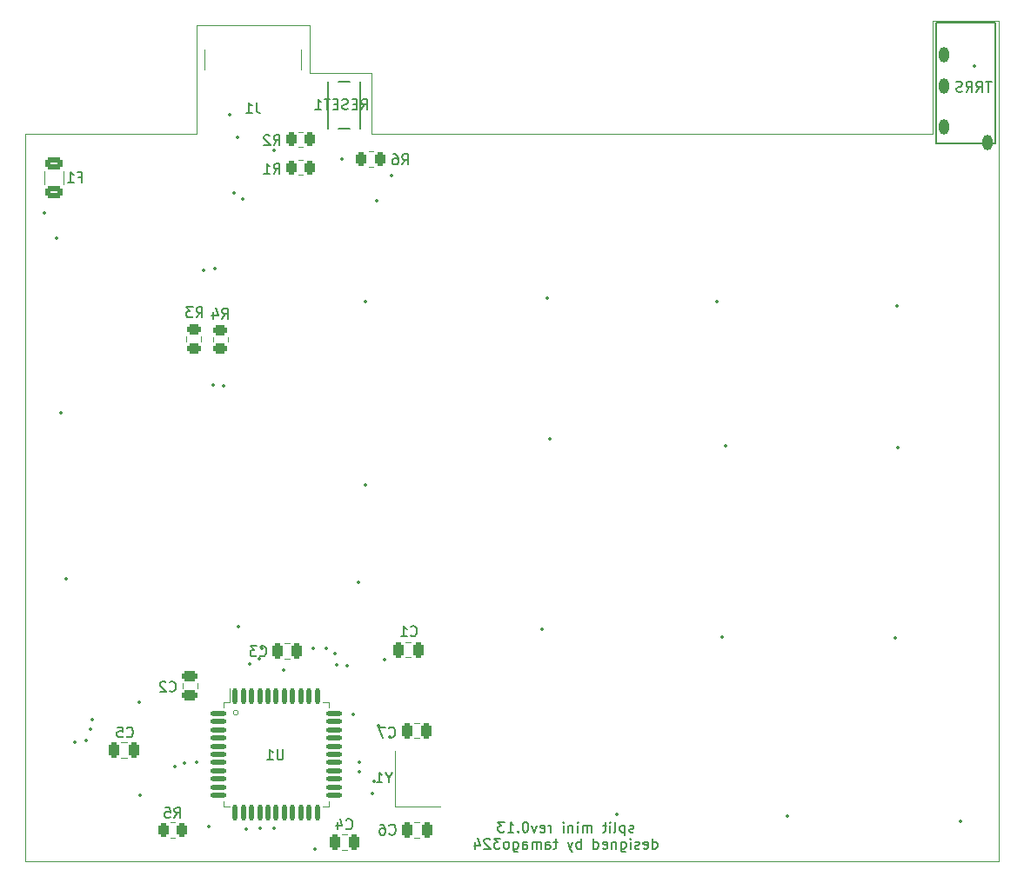
<source format=gbo>
%TF.GenerationSoftware,KiCad,Pcbnew,(6.0.9)*%
%TF.CreationDate,2023-01-09T12:53:46+09:00*%
%TF.ProjectId,split-mini__left,73706c69-742d-46d6-996e-695f5f6c6566,rev?*%
%TF.SameCoordinates,Original*%
%TF.FileFunction,Legend,Bot*%
%TF.FilePolarity,Positive*%
%FSLAX46Y46*%
G04 Gerber Fmt 4.6, Leading zero omitted, Abs format (unit mm)*
G04 Created by KiCad (PCBNEW (6.0.9)) date 2023-01-09 12:53:46*
%MOMM*%
%LPD*%
G01*
G04 APERTURE LIST*
G04 Aperture macros list*
%AMRoundRect*
0 Rectangle with rounded corners*
0 $1 Rounding radius*
0 $2 $3 $4 $5 $6 $7 $8 $9 X,Y pos of 4 corners*
0 Add a 4 corners polygon primitive as box body*
4,1,4,$2,$3,$4,$5,$6,$7,$8,$9,$2,$3,0*
0 Add four circle primitives for the rounded corners*
1,1,$1+$1,$2,$3*
1,1,$1+$1,$4,$5*
1,1,$1+$1,$6,$7*
1,1,$1+$1,$8,$9*
0 Add four rect primitives between the rounded corners*
20,1,$1+$1,$2,$3,$4,$5,0*
20,1,$1+$1,$4,$5,$6,$7,0*
20,1,$1+$1,$6,$7,$8,$9,0*
20,1,$1+$1,$8,$9,$2,$3,0*%
G04 Aperture macros list end*
%ADD10C,0.100000*%
%TA.AperFunction,Profile*%
%ADD11C,0.100000*%
%TD*%
%ADD12C,0.200000*%
%ADD13C,0.150000*%
%ADD14C,0.120000*%
%ADD15C,0.350000*%
%ADD16O,0.600000X1.400000*%
%ADD17O,0.600000X1.700000*%
%ADD18O,1.000000X1.500000*%
%ADD19C,1.900000*%
%ADD20C,4.100000*%
%ADD21C,3.000000*%
%ADD22R,2.550000X2.500000*%
%ADD23C,0.650000*%
%ADD24R,0.580000X1.400000*%
%ADD25R,0.280000X1.400000*%
%ADD26O,1.000000X1.800000*%
%ADD27O,1.000000X2.100000*%
%ADD28RoundRect,0.137500X-0.137500X0.600000X-0.137500X-0.600000X0.137500X-0.600000X0.137500X0.600000X0*%
%ADD29RoundRect,0.137500X-0.600000X0.137500X-0.600000X-0.137500X0.600000X-0.137500X0.600000X0.137500X0*%
%ADD30RoundRect,0.250000X-0.625000X0.375000X-0.625000X-0.375000X0.625000X-0.375000X0.625000X0.375000X0*%
%ADD31RoundRect,0.250000X0.262500X0.450000X-0.262500X0.450000X-0.262500X-0.450000X0.262500X-0.450000X0*%
%ADD32RoundRect,0.250000X-0.262500X-0.450000X0.262500X-0.450000X0.262500X0.450000X-0.262500X0.450000X0*%
%ADD33RoundRect,0.250000X-0.250000X-0.475000X0.250000X-0.475000X0.250000X0.475000X-0.250000X0.475000X0*%
%ADD34C,1.200000*%
%ADD35RoundRect,0.250000X0.250000X0.475000X-0.250000X0.475000X-0.250000X-0.475000X0.250000X-0.475000X0*%
%ADD36R,0.650000X1.050000*%
%ADD37R,1.800000X2.100000*%
%ADD38RoundRect,0.250000X-0.475000X0.250000X-0.475000X-0.250000X0.475000X-0.250000X0.475000X0.250000X0*%
%ADD39RoundRect,0.250000X-0.450000X0.262500X-0.450000X-0.262500X0.450000X-0.262500X0.450000X0.262500X0*%
G04 APERTURE END LIST*
D10*
X38346982Y-87150000D02*
G75*
G03*
X38346982Y-87150000I-246982J0D01*
G01*
D11*
X45300000Y-24800000D02*
X51300000Y-24800000D01*
X112386197Y-19800000D02*
X112386197Y-101650000D01*
X34300000Y-20168424D02*
X45300000Y-20168424D01*
X17586197Y-30800000D02*
X34300000Y-30800000D01*
X105886197Y-19800000D02*
X112386197Y-19800000D01*
X105886197Y-30800000D02*
X105886197Y-19800000D01*
X34300000Y-30800000D02*
X34300000Y-20168424D01*
X17586197Y-101650000D02*
X17586197Y-30800000D01*
X51300000Y-24800000D02*
X51300000Y-30800000D01*
X51300000Y-30800000D02*
X105886197Y-30800000D01*
X45300000Y-20168424D02*
X45300000Y-24800000D01*
X112386197Y-101650000D02*
X17586197Y-101650000D01*
D12*
X76820238Y-98749761D02*
X76725000Y-98797380D01*
X76534523Y-98797380D01*
X76439285Y-98749761D01*
X76391666Y-98654523D01*
X76391666Y-98606904D01*
X76439285Y-98511666D01*
X76534523Y-98464047D01*
X76677380Y-98464047D01*
X76772619Y-98416428D01*
X76820238Y-98321190D01*
X76820238Y-98273571D01*
X76772619Y-98178333D01*
X76677380Y-98130714D01*
X76534523Y-98130714D01*
X76439285Y-98178333D01*
X75963095Y-98130714D02*
X75963095Y-99130714D01*
X75963095Y-98178333D02*
X75867857Y-98130714D01*
X75677380Y-98130714D01*
X75582142Y-98178333D01*
X75534523Y-98225952D01*
X75486904Y-98321190D01*
X75486904Y-98606904D01*
X75534523Y-98702142D01*
X75582142Y-98749761D01*
X75677380Y-98797380D01*
X75867857Y-98797380D01*
X75963095Y-98749761D01*
X74915476Y-98797380D02*
X75010714Y-98749761D01*
X75058333Y-98654523D01*
X75058333Y-97797380D01*
X74534523Y-98797380D02*
X74534523Y-98130714D01*
X74534523Y-97797380D02*
X74582142Y-97845000D01*
X74534523Y-97892619D01*
X74486904Y-97845000D01*
X74534523Y-97797380D01*
X74534523Y-97892619D01*
X74201190Y-98130714D02*
X73820238Y-98130714D01*
X74058333Y-97797380D02*
X74058333Y-98654523D01*
X74010714Y-98749761D01*
X73915476Y-98797380D01*
X73820238Y-98797380D01*
X72725000Y-98797380D02*
X72725000Y-98130714D01*
X72725000Y-98225952D02*
X72677380Y-98178333D01*
X72582142Y-98130714D01*
X72439285Y-98130714D01*
X72344047Y-98178333D01*
X72296428Y-98273571D01*
X72296428Y-98797380D01*
X72296428Y-98273571D02*
X72248809Y-98178333D01*
X72153571Y-98130714D01*
X72010714Y-98130714D01*
X71915476Y-98178333D01*
X71867857Y-98273571D01*
X71867857Y-98797380D01*
X71391666Y-98797380D02*
X71391666Y-98130714D01*
X71391666Y-97797380D02*
X71439285Y-97845000D01*
X71391666Y-97892619D01*
X71344047Y-97845000D01*
X71391666Y-97797380D01*
X71391666Y-97892619D01*
X70915476Y-98130714D02*
X70915476Y-98797380D01*
X70915476Y-98225952D02*
X70867857Y-98178333D01*
X70772619Y-98130714D01*
X70629761Y-98130714D01*
X70534523Y-98178333D01*
X70486904Y-98273571D01*
X70486904Y-98797380D01*
X70010714Y-98797380D02*
X70010714Y-98130714D01*
X70010714Y-97797380D02*
X70058333Y-97845000D01*
X70010714Y-97892619D01*
X69963095Y-97845000D01*
X70010714Y-97797380D01*
X70010714Y-97892619D01*
X68772619Y-98797380D02*
X68772619Y-98130714D01*
X68772619Y-98321190D02*
X68725000Y-98225952D01*
X68677380Y-98178333D01*
X68582142Y-98130714D01*
X68486904Y-98130714D01*
X67772619Y-98749761D02*
X67867857Y-98797380D01*
X68058333Y-98797380D01*
X68153571Y-98749761D01*
X68201190Y-98654523D01*
X68201190Y-98273571D01*
X68153571Y-98178333D01*
X68058333Y-98130714D01*
X67867857Y-98130714D01*
X67772619Y-98178333D01*
X67725000Y-98273571D01*
X67725000Y-98368809D01*
X68201190Y-98464047D01*
X67391666Y-98130714D02*
X67153571Y-98797380D01*
X66915476Y-98130714D01*
X66344047Y-97797380D02*
X66248809Y-97797380D01*
X66153571Y-97845000D01*
X66105952Y-97892619D01*
X66058333Y-97987857D01*
X66010714Y-98178333D01*
X66010714Y-98416428D01*
X66058333Y-98606904D01*
X66105952Y-98702142D01*
X66153571Y-98749761D01*
X66248809Y-98797380D01*
X66344047Y-98797380D01*
X66439285Y-98749761D01*
X66486904Y-98702142D01*
X66534523Y-98606904D01*
X66582142Y-98416428D01*
X66582142Y-98178333D01*
X66534523Y-97987857D01*
X66486904Y-97892619D01*
X66439285Y-97845000D01*
X66344047Y-97797380D01*
X65582142Y-98702142D02*
X65534523Y-98749761D01*
X65582142Y-98797380D01*
X65629761Y-98749761D01*
X65582142Y-98702142D01*
X65582142Y-98797380D01*
X64582142Y-98797380D02*
X65153571Y-98797380D01*
X64867857Y-98797380D02*
X64867857Y-97797380D01*
X64963095Y-97940238D01*
X65058333Y-98035476D01*
X65153571Y-98083095D01*
X64248809Y-97797380D02*
X63629761Y-97797380D01*
X63963095Y-98178333D01*
X63820238Y-98178333D01*
X63725000Y-98225952D01*
X63677380Y-98273571D01*
X63629761Y-98368809D01*
X63629761Y-98606904D01*
X63677380Y-98702142D01*
X63725000Y-98749761D01*
X63820238Y-98797380D01*
X64105952Y-98797380D01*
X64201190Y-98749761D01*
X64248809Y-98702142D01*
X78653571Y-100407380D02*
X78653571Y-99407380D01*
X78653571Y-100359761D02*
X78748809Y-100407380D01*
X78939285Y-100407380D01*
X79034523Y-100359761D01*
X79082142Y-100312142D01*
X79129761Y-100216904D01*
X79129761Y-99931190D01*
X79082142Y-99835952D01*
X79034523Y-99788333D01*
X78939285Y-99740714D01*
X78748809Y-99740714D01*
X78653571Y-99788333D01*
X77796428Y-100359761D02*
X77891666Y-100407380D01*
X78082142Y-100407380D01*
X78177380Y-100359761D01*
X78225000Y-100264523D01*
X78225000Y-99883571D01*
X78177380Y-99788333D01*
X78082142Y-99740714D01*
X77891666Y-99740714D01*
X77796428Y-99788333D01*
X77748809Y-99883571D01*
X77748809Y-99978809D01*
X78225000Y-100074047D01*
X77367857Y-100359761D02*
X77272619Y-100407380D01*
X77082142Y-100407380D01*
X76986904Y-100359761D01*
X76939285Y-100264523D01*
X76939285Y-100216904D01*
X76986904Y-100121666D01*
X77082142Y-100074047D01*
X77225000Y-100074047D01*
X77320238Y-100026428D01*
X77367857Y-99931190D01*
X77367857Y-99883571D01*
X77320238Y-99788333D01*
X77225000Y-99740714D01*
X77082142Y-99740714D01*
X76986904Y-99788333D01*
X76510714Y-100407380D02*
X76510714Y-99740714D01*
X76510714Y-99407380D02*
X76558333Y-99455000D01*
X76510714Y-99502619D01*
X76463095Y-99455000D01*
X76510714Y-99407380D01*
X76510714Y-99502619D01*
X75605952Y-99740714D02*
X75605952Y-100550238D01*
X75653571Y-100645476D01*
X75701190Y-100693095D01*
X75796428Y-100740714D01*
X75939285Y-100740714D01*
X76034523Y-100693095D01*
X75605952Y-100359761D02*
X75701190Y-100407380D01*
X75891666Y-100407380D01*
X75986904Y-100359761D01*
X76034523Y-100312142D01*
X76082142Y-100216904D01*
X76082142Y-99931190D01*
X76034523Y-99835952D01*
X75986904Y-99788333D01*
X75891666Y-99740714D01*
X75701190Y-99740714D01*
X75605952Y-99788333D01*
X75129761Y-99740714D02*
X75129761Y-100407380D01*
X75129761Y-99835952D02*
X75082142Y-99788333D01*
X74986904Y-99740714D01*
X74844047Y-99740714D01*
X74748809Y-99788333D01*
X74701190Y-99883571D01*
X74701190Y-100407380D01*
X73844047Y-100359761D02*
X73939285Y-100407380D01*
X74129761Y-100407380D01*
X74225000Y-100359761D01*
X74272619Y-100264523D01*
X74272619Y-99883571D01*
X74225000Y-99788333D01*
X74129761Y-99740714D01*
X73939285Y-99740714D01*
X73844047Y-99788333D01*
X73796428Y-99883571D01*
X73796428Y-99978809D01*
X74272619Y-100074047D01*
X72939285Y-100407380D02*
X72939285Y-99407380D01*
X72939285Y-100359761D02*
X73034523Y-100407380D01*
X73225000Y-100407380D01*
X73320238Y-100359761D01*
X73367857Y-100312142D01*
X73415476Y-100216904D01*
X73415476Y-99931190D01*
X73367857Y-99835952D01*
X73320238Y-99788333D01*
X73225000Y-99740714D01*
X73034523Y-99740714D01*
X72939285Y-99788333D01*
X71701190Y-100407380D02*
X71701190Y-99407380D01*
X71701190Y-99788333D02*
X71605952Y-99740714D01*
X71415476Y-99740714D01*
X71320238Y-99788333D01*
X71272619Y-99835952D01*
X71225000Y-99931190D01*
X71225000Y-100216904D01*
X71272619Y-100312142D01*
X71320238Y-100359761D01*
X71415476Y-100407380D01*
X71605952Y-100407380D01*
X71701190Y-100359761D01*
X70891666Y-99740714D02*
X70653571Y-100407380D01*
X70415476Y-99740714D02*
X70653571Y-100407380D01*
X70748809Y-100645476D01*
X70796428Y-100693095D01*
X70891666Y-100740714D01*
X69415476Y-99740714D02*
X69034523Y-99740714D01*
X69272619Y-99407380D02*
X69272619Y-100264523D01*
X69225000Y-100359761D01*
X69129761Y-100407380D01*
X69034523Y-100407380D01*
X68272619Y-100407380D02*
X68272619Y-99883571D01*
X68320238Y-99788333D01*
X68415476Y-99740714D01*
X68605952Y-99740714D01*
X68701190Y-99788333D01*
X68272619Y-100359761D02*
X68367857Y-100407380D01*
X68605952Y-100407380D01*
X68701190Y-100359761D01*
X68748809Y-100264523D01*
X68748809Y-100169285D01*
X68701190Y-100074047D01*
X68605952Y-100026428D01*
X68367857Y-100026428D01*
X68272619Y-99978809D01*
X67796428Y-100407380D02*
X67796428Y-99740714D01*
X67796428Y-99835952D02*
X67748809Y-99788333D01*
X67653571Y-99740714D01*
X67510714Y-99740714D01*
X67415476Y-99788333D01*
X67367857Y-99883571D01*
X67367857Y-100407380D01*
X67367857Y-99883571D02*
X67320238Y-99788333D01*
X67225000Y-99740714D01*
X67082142Y-99740714D01*
X66986904Y-99788333D01*
X66939285Y-99883571D01*
X66939285Y-100407380D01*
X66034523Y-100407380D02*
X66034523Y-99883571D01*
X66082142Y-99788333D01*
X66177380Y-99740714D01*
X66367857Y-99740714D01*
X66463095Y-99788333D01*
X66034523Y-100359761D02*
X66129761Y-100407380D01*
X66367857Y-100407380D01*
X66463095Y-100359761D01*
X66510714Y-100264523D01*
X66510714Y-100169285D01*
X66463095Y-100074047D01*
X66367857Y-100026428D01*
X66129761Y-100026428D01*
X66034523Y-99978809D01*
X65129761Y-99740714D02*
X65129761Y-100550238D01*
X65177380Y-100645476D01*
X65225000Y-100693095D01*
X65320238Y-100740714D01*
X65463095Y-100740714D01*
X65558333Y-100693095D01*
X65129761Y-100359761D02*
X65225000Y-100407380D01*
X65415476Y-100407380D01*
X65510714Y-100359761D01*
X65558333Y-100312142D01*
X65605952Y-100216904D01*
X65605952Y-99931190D01*
X65558333Y-99835952D01*
X65510714Y-99788333D01*
X65415476Y-99740714D01*
X65225000Y-99740714D01*
X65129761Y-99788333D01*
X64510714Y-100407380D02*
X64605952Y-100359761D01*
X64653571Y-100312142D01*
X64701190Y-100216904D01*
X64701190Y-99931190D01*
X64653571Y-99835952D01*
X64605952Y-99788333D01*
X64510714Y-99740714D01*
X64367857Y-99740714D01*
X64272619Y-99788333D01*
X64225000Y-99835952D01*
X64177380Y-99931190D01*
X64177380Y-100216904D01*
X64225000Y-100312142D01*
X64272619Y-100359761D01*
X64367857Y-100407380D01*
X64510714Y-100407380D01*
X63844047Y-99407380D02*
X63225000Y-99407380D01*
X63558333Y-99788333D01*
X63415476Y-99788333D01*
X63320238Y-99835952D01*
X63272619Y-99883571D01*
X63225000Y-99978809D01*
X63225000Y-100216904D01*
X63272619Y-100312142D01*
X63320238Y-100359761D01*
X63415476Y-100407380D01*
X63701190Y-100407380D01*
X63796428Y-100359761D01*
X63844047Y-100312142D01*
X62844047Y-99502619D02*
X62796428Y-99455000D01*
X62701190Y-99407380D01*
X62463095Y-99407380D01*
X62367857Y-99455000D01*
X62320238Y-99502619D01*
X62272619Y-99597857D01*
X62272619Y-99693095D01*
X62320238Y-99835952D01*
X62891666Y-100407380D01*
X62272619Y-100407380D01*
X61415476Y-99740714D02*
X61415476Y-100407380D01*
X61653571Y-99359761D02*
X61891666Y-100074047D01*
X61272619Y-100074047D01*
D13*
%TO.C,J1*%
X40108333Y-27722380D02*
X40108333Y-28436666D01*
X40155952Y-28579523D01*
X40251190Y-28674761D01*
X40394047Y-28722380D01*
X40489285Y-28722380D01*
X39108333Y-28722380D02*
X39679761Y-28722380D01*
X39394047Y-28722380D02*
X39394047Y-27722380D01*
X39489285Y-27865238D01*
X39584523Y-27960476D01*
X39679761Y-28008095D01*
%TO.C,U1*%
X42721904Y-90747380D02*
X42721904Y-91556904D01*
X42674285Y-91652142D01*
X42626666Y-91699761D01*
X42531428Y-91747380D01*
X42340952Y-91747380D01*
X42245714Y-91699761D01*
X42198095Y-91652142D01*
X42150476Y-91556904D01*
X42150476Y-90747380D01*
X41150476Y-91747380D02*
X41721904Y-91747380D01*
X41436190Y-91747380D02*
X41436190Y-90747380D01*
X41531428Y-90890238D01*
X41626666Y-90985476D01*
X41721904Y-91033095D01*
%TO.C,F1*%
X22823333Y-34958571D02*
X23156666Y-34958571D01*
X23156666Y-35482380D02*
X23156666Y-34482380D01*
X22680476Y-34482380D01*
X21775714Y-35482380D02*
X22347142Y-35482380D01*
X22061428Y-35482380D02*
X22061428Y-34482380D01*
X22156666Y-34625238D01*
X22251904Y-34720476D01*
X22347142Y-34768095D01*
%TO.C,R5*%
X32136666Y-97387380D02*
X32470000Y-96911190D01*
X32708095Y-97387380D02*
X32708095Y-96387380D01*
X32327142Y-96387380D01*
X32231904Y-96435000D01*
X32184285Y-96482619D01*
X32136666Y-96577857D01*
X32136666Y-96720714D01*
X32184285Y-96815952D01*
X32231904Y-96863571D01*
X32327142Y-96911190D01*
X32708095Y-96911190D01*
X31231904Y-96387380D02*
X31708095Y-96387380D01*
X31755714Y-96863571D01*
X31708095Y-96815952D01*
X31612857Y-96768333D01*
X31374761Y-96768333D01*
X31279523Y-96815952D01*
X31231904Y-96863571D01*
X31184285Y-96958809D01*
X31184285Y-97196904D01*
X31231904Y-97292142D01*
X31279523Y-97339761D01*
X31374761Y-97387380D01*
X31612857Y-97387380D01*
X31708095Y-97339761D01*
X31755714Y-97292142D01*
%TO.C,R1*%
X41791666Y-34652380D02*
X42125000Y-34176190D01*
X42363095Y-34652380D02*
X42363095Y-33652380D01*
X41982142Y-33652380D01*
X41886904Y-33700000D01*
X41839285Y-33747619D01*
X41791666Y-33842857D01*
X41791666Y-33985714D01*
X41839285Y-34080952D01*
X41886904Y-34128571D01*
X41982142Y-34176190D01*
X42363095Y-34176190D01*
X40839285Y-34652380D02*
X41410714Y-34652380D01*
X41125000Y-34652380D02*
X41125000Y-33652380D01*
X41220238Y-33795238D01*
X41315476Y-33890476D01*
X41410714Y-33938095D01*
%TO.C,C5*%
X27496666Y-89462142D02*
X27544285Y-89509761D01*
X27687142Y-89557380D01*
X27782380Y-89557380D01*
X27925238Y-89509761D01*
X28020476Y-89414523D01*
X28068095Y-89319285D01*
X28115714Y-89128809D01*
X28115714Y-88985952D01*
X28068095Y-88795476D01*
X28020476Y-88700238D01*
X27925238Y-88605000D01*
X27782380Y-88557380D01*
X27687142Y-88557380D01*
X27544285Y-88605000D01*
X27496666Y-88652619D01*
X26591904Y-88557380D02*
X27068095Y-88557380D01*
X27115714Y-89033571D01*
X27068095Y-88985952D01*
X26972857Y-88938333D01*
X26734761Y-88938333D01*
X26639523Y-88985952D01*
X26591904Y-89033571D01*
X26544285Y-89128809D01*
X26544285Y-89366904D01*
X26591904Y-89462142D01*
X26639523Y-89509761D01*
X26734761Y-89557380D01*
X26972857Y-89557380D01*
X27068095Y-89509761D01*
X27115714Y-89462142D01*
%TO.C,J2*%
X111661904Y-25677380D02*
X111090476Y-25677380D01*
X111376190Y-26677380D02*
X111376190Y-25677380D01*
X110185714Y-26677380D02*
X110519047Y-26201190D01*
X110757142Y-26677380D02*
X110757142Y-25677380D01*
X110376190Y-25677380D01*
X110280952Y-25725000D01*
X110233333Y-25772619D01*
X110185714Y-25867857D01*
X110185714Y-26010714D01*
X110233333Y-26105952D01*
X110280952Y-26153571D01*
X110376190Y-26201190D01*
X110757142Y-26201190D01*
X109185714Y-26677380D02*
X109519047Y-26201190D01*
X109757142Y-26677380D02*
X109757142Y-25677380D01*
X109376190Y-25677380D01*
X109280952Y-25725000D01*
X109233333Y-25772619D01*
X109185714Y-25867857D01*
X109185714Y-26010714D01*
X109233333Y-26105952D01*
X109280952Y-26153571D01*
X109376190Y-26201190D01*
X109757142Y-26201190D01*
X108804761Y-26629761D02*
X108661904Y-26677380D01*
X108423809Y-26677380D01*
X108328571Y-26629761D01*
X108280952Y-26582142D01*
X108233333Y-26486904D01*
X108233333Y-26391666D01*
X108280952Y-26296428D01*
X108328571Y-26248809D01*
X108423809Y-26201190D01*
X108614285Y-26153571D01*
X108709523Y-26105952D01*
X108757142Y-26058333D01*
X108804761Y-25963095D01*
X108804761Y-25867857D01*
X108757142Y-25772619D01*
X108709523Y-25725000D01*
X108614285Y-25677380D01*
X108376190Y-25677380D01*
X108233333Y-25725000D01*
%TO.C,C7*%
X52996666Y-89482142D02*
X53044285Y-89529761D01*
X53187142Y-89577380D01*
X53282380Y-89577380D01*
X53425238Y-89529761D01*
X53520476Y-89434523D01*
X53568095Y-89339285D01*
X53615714Y-89148809D01*
X53615714Y-89005952D01*
X53568095Y-88815476D01*
X53520476Y-88720238D01*
X53425238Y-88625000D01*
X53282380Y-88577380D01*
X53187142Y-88577380D01*
X53044285Y-88625000D01*
X52996666Y-88672619D01*
X52663333Y-88577380D02*
X51996666Y-88577380D01*
X52425238Y-89577380D01*
%TO.C,R2*%
X41791666Y-31877380D02*
X42125000Y-31401190D01*
X42363095Y-31877380D02*
X42363095Y-30877380D01*
X41982142Y-30877380D01*
X41886904Y-30925000D01*
X41839285Y-30972619D01*
X41791666Y-31067857D01*
X41791666Y-31210714D01*
X41839285Y-31305952D01*
X41886904Y-31353571D01*
X41982142Y-31401190D01*
X42363095Y-31401190D01*
X41410714Y-30972619D02*
X41363095Y-30925000D01*
X41267857Y-30877380D01*
X41029761Y-30877380D01*
X40934523Y-30925000D01*
X40886904Y-30972619D01*
X40839285Y-31067857D01*
X40839285Y-31163095D01*
X40886904Y-31305952D01*
X41458333Y-31877380D01*
X40839285Y-31877380D01*
%TO.C,RESET1*%
X50328571Y-28377380D02*
X50661904Y-27901190D01*
X50900000Y-28377380D02*
X50900000Y-27377380D01*
X50519047Y-27377380D01*
X50423809Y-27425000D01*
X50376190Y-27472619D01*
X50328571Y-27567857D01*
X50328571Y-27710714D01*
X50376190Y-27805952D01*
X50423809Y-27853571D01*
X50519047Y-27901190D01*
X50900000Y-27901190D01*
X49900000Y-27853571D02*
X49566666Y-27853571D01*
X49423809Y-28377380D02*
X49900000Y-28377380D01*
X49900000Y-27377380D01*
X49423809Y-27377380D01*
X49042857Y-28329761D02*
X48900000Y-28377380D01*
X48661904Y-28377380D01*
X48566666Y-28329761D01*
X48519047Y-28282142D01*
X48471428Y-28186904D01*
X48471428Y-28091666D01*
X48519047Y-27996428D01*
X48566666Y-27948809D01*
X48661904Y-27901190D01*
X48852380Y-27853571D01*
X48947619Y-27805952D01*
X48995238Y-27758333D01*
X49042857Y-27663095D01*
X49042857Y-27567857D01*
X48995238Y-27472619D01*
X48947619Y-27425000D01*
X48852380Y-27377380D01*
X48614285Y-27377380D01*
X48471428Y-27425000D01*
X48042857Y-27853571D02*
X47709523Y-27853571D01*
X47566666Y-28377380D02*
X48042857Y-28377380D01*
X48042857Y-27377380D01*
X47566666Y-27377380D01*
X47280952Y-27377380D02*
X46709523Y-27377380D01*
X46995238Y-28377380D02*
X46995238Y-27377380D01*
X45852380Y-28377380D02*
X46423809Y-28377380D01*
X46138095Y-28377380D02*
X46138095Y-27377380D01*
X46233333Y-27520238D01*
X46328571Y-27615476D01*
X46423809Y-27663095D01*
%TO.C,Y1*%
X52976190Y-93481190D02*
X52976190Y-93957380D01*
X53309523Y-92957380D02*
X52976190Y-93481190D01*
X52642857Y-92957380D01*
X51785714Y-93957380D02*
X52357142Y-93957380D01*
X52071428Y-93957380D02*
X52071428Y-92957380D01*
X52166666Y-93100238D01*
X52261904Y-93195476D01*
X52357142Y-93243095D01*
%TO.C,C4*%
X48846666Y-98422142D02*
X48894285Y-98469761D01*
X49037142Y-98517380D01*
X49132380Y-98517380D01*
X49275238Y-98469761D01*
X49370476Y-98374523D01*
X49418095Y-98279285D01*
X49465714Y-98088809D01*
X49465714Y-97945952D01*
X49418095Y-97755476D01*
X49370476Y-97660238D01*
X49275238Y-97565000D01*
X49132380Y-97517380D01*
X49037142Y-97517380D01*
X48894285Y-97565000D01*
X48846666Y-97612619D01*
X47989523Y-97850714D02*
X47989523Y-98517380D01*
X48227619Y-97469761D02*
X48465714Y-98184047D01*
X47846666Y-98184047D01*
%TO.C,C2*%
X31666666Y-85032142D02*
X31714285Y-85079761D01*
X31857142Y-85127380D01*
X31952380Y-85127380D01*
X32095238Y-85079761D01*
X32190476Y-84984523D01*
X32238095Y-84889285D01*
X32285714Y-84698809D01*
X32285714Y-84555952D01*
X32238095Y-84365476D01*
X32190476Y-84270238D01*
X32095238Y-84175000D01*
X31952380Y-84127380D01*
X31857142Y-84127380D01*
X31714285Y-84175000D01*
X31666666Y-84222619D01*
X31285714Y-84222619D02*
X31238095Y-84175000D01*
X31142857Y-84127380D01*
X30904761Y-84127380D01*
X30809523Y-84175000D01*
X30761904Y-84222619D01*
X30714285Y-84317857D01*
X30714285Y-84413095D01*
X30761904Y-84555952D01*
X31333333Y-85127380D01*
X30714285Y-85127380D01*
%TO.C,R6*%
X54291666Y-33752380D02*
X54625000Y-33276190D01*
X54863095Y-33752380D02*
X54863095Y-32752380D01*
X54482142Y-32752380D01*
X54386904Y-32800000D01*
X54339285Y-32847619D01*
X54291666Y-32942857D01*
X54291666Y-33085714D01*
X54339285Y-33180952D01*
X54386904Y-33228571D01*
X54482142Y-33276190D01*
X54863095Y-33276190D01*
X53434523Y-32752380D02*
X53625000Y-32752380D01*
X53720238Y-32800000D01*
X53767857Y-32847619D01*
X53863095Y-32990476D01*
X53910714Y-33180952D01*
X53910714Y-33561904D01*
X53863095Y-33657142D01*
X53815476Y-33704761D01*
X53720238Y-33752380D01*
X53529761Y-33752380D01*
X53434523Y-33704761D01*
X53386904Y-33657142D01*
X53339285Y-33561904D01*
X53339285Y-33323809D01*
X53386904Y-33228571D01*
X53434523Y-33180952D01*
X53529761Y-33133333D01*
X53720238Y-33133333D01*
X53815476Y-33180952D01*
X53863095Y-33228571D01*
X53910714Y-33323809D01*
%TO.C,C6*%
X53046666Y-98962142D02*
X53094285Y-99009761D01*
X53237142Y-99057380D01*
X53332380Y-99057380D01*
X53475238Y-99009761D01*
X53570476Y-98914523D01*
X53618095Y-98819285D01*
X53665714Y-98628809D01*
X53665714Y-98485952D01*
X53618095Y-98295476D01*
X53570476Y-98200238D01*
X53475238Y-98105000D01*
X53332380Y-98057380D01*
X53237142Y-98057380D01*
X53094285Y-98105000D01*
X53046666Y-98152619D01*
X52189523Y-98057380D02*
X52380000Y-98057380D01*
X52475238Y-98105000D01*
X52522857Y-98152619D01*
X52618095Y-98295476D01*
X52665714Y-98485952D01*
X52665714Y-98866904D01*
X52618095Y-98962142D01*
X52570476Y-99009761D01*
X52475238Y-99057380D01*
X52284761Y-99057380D01*
X52189523Y-99009761D01*
X52141904Y-98962142D01*
X52094285Y-98866904D01*
X52094285Y-98628809D01*
X52141904Y-98533571D01*
X52189523Y-98485952D01*
X52284761Y-98438333D01*
X52475238Y-98438333D01*
X52570476Y-98485952D01*
X52618095Y-98533571D01*
X52665714Y-98628809D01*
%TO.C,R4*%
X36761666Y-48762380D02*
X37095000Y-48286190D01*
X37333095Y-48762380D02*
X37333095Y-47762380D01*
X36952142Y-47762380D01*
X36856904Y-47810000D01*
X36809285Y-47857619D01*
X36761666Y-47952857D01*
X36761666Y-48095714D01*
X36809285Y-48190952D01*
X36856904Y-48238571D01*
X36952142Y-48286190D01*
X37333095Y-48286190D01*
X35904523Y-48095714D02*
X35904523Y-48762380D01*
X36142619Y-47714761D02*
X36380714Y-48429047D01*
X35761666Y-48429047D01*
%TO.C,R3*%
X34261666Y-48642380D02*
X34595000Y-48166190D01*
X34833095Y-48642380D02*
X34833095Y-47642380D01*
X34452142Y-47642380D01*
X34356904Y-47690000D01*
X34309285Y-47737619D01*
X34261666Y-47832857D01*
X34261666Y-47975714D01*
X34309285Y-48070952D01*
X34356904Y-48118571D01*
X34452142Y-48166190D01*
X34833095Y-48166190D01*
X33928333Y-47642380D02*
X33309285Y-47642380D01*
X33642619Y-48023333D01*
X33499761Y-48023333D01*
X33404523Y-48070952D01*
X33356904Y-48118571D01*
X33309285Y-48213809D01*
X33309285Y-48451904D01*
X33356904Y-48547142D01*
X33404523Y-48594761D01*
X33499761Y-48642380D01*
X33785476Y-48642380D01*
X33880714Y-48594761D01*
X33928333Y-48547142D01*
%TO.C,C3*%
X40466666Y-81562142D02*
X40514285Y-81609761D01*
X40657142Y-81657380D01*
X40752380Y-81657380D01*
X40895238Y-81609761D01*
X40990476Y-81514523D01*
X41038095Y-81419285D01*
X41085714Y-81228809D01*
X41085714Y-81085952D01*
X41038095Y-80895476D01*
X40990476Y-80800238D01*
X40895238Y-80705000D01*
X40752380Y-80657380D01*
X40657142Y-80657380D01*
X40514285Y-80705000D01*
X40466666Y-80752619D01*
X40133333Y-80657380D02*
X39514285Y-80657380D01*
X39847619Y-81038333D01*
X39704761Y-81038333D01*
X39609523Y-81085952D01*
X39561904Y-81133571D01*
X39514285Y-81228809D01*
X39514285Y-81466904D01*
X39561904Y-81562142D01*
X39609523Y-81609761D01*
X39704761Y-81657380D01*
X39990476Y-81657380D01*
X40085714Y-81609761D01*
X40133333Y-81562142D01*
%TO.C,C1*%
X55126666Y-79622142D02*
X55174285Y-79669761D01*
X55317142Y-79717380D01*
X55412380Y-79717380D01*
X55555238Y-79669761D01*
X55650476Y-79574523D01*
X55698095Y-79479285D01*
X55745714Y-79288809D01*
X55745714Y-79145952D01*
X55698095Y-78955476D01*
X55650476Y-78860238D01*
X55555238Y-78765000D01*
X55412380Y-78717380D01*
X55317142Y-78717380D01*
X55174285Y-78765000D01*
X55126666Y-78812619D01*
X54174285Y-79717380D02*
X54745714Y-79717380D01*
X54460000Y-79717380D02*
X54460000Y-78717380D01*
X54555238Y-78860238D01*
X54650476Y-78955476D01*
X54745714Y-79003095D01*
D14*
%TO.C,J1*%
X44475000Y-24525000D02*
X44475000Y-22525000D01*
X35075000Y-24525000D02*
X35075000Y-22525000D01*
%TO.C,U1*%
X37505000Y-86105000D02*
X37505000Y-84815000D01*
X36930000Y-86680000D02*
X36930000Y-86105000D01*
X47150000Y-86105000D02*
X46575000Y-86105000D01*
X47150000Y-96325000D02*
X46575000Y-96325000D01*
X47150000Y-95750000D02*
X47150000Y-96325000D01*
X36930000Y-96325000D02*
X37505000Y-96325000D01*
X36930000Y-86105000D02*
X37505000Y-86105000D01*
X36930000Y-95750000D02*
X36930000Y-96325000D01*
X47150000Y-86680000D02*
X47150000Y-86105000D01*
%TO.C,F1*%
X21335000Y-34447936D02*
X21335000Y-35652064D01*
X19515000Y-34447936D02*
X19515000Y-35652064D01*
%TO.C,R5*%
X32197064Y-99320000D02*
X31742936Y-99320000D01*
X32197064Y-97850000D02*
X31742936Y-97850000D01*
%TO.C,R1*%
X44172936Y-33315000D02*
X44627064Y-33315000D01*
X44172936Y-34785000D02*
X44627064Y-34785000D01*
%TO.C,C5*%
X26968748Y-91520000D02*
X27491252Y-91520000D01*
X26968748Y-90050000D02*
X27491252Y-90050000D01*
D13*
%TO.C,J2*%
X106250000Y-31675000D02*
X112050000Y-31675000D01*
X106250000Y-19925000D02*
X106250000Y-31675000D01*
X112050000Y-31675000D02*
X112050000Y-19925000D01*
X112050000Y-19925000D02*
X106250000Y-19925000D01*
D14*
%TO.C,C7*%
X56001252Y-89630000D02*
X55478748Y-89630000D01*
X56001252Y-88160000D02*
X55478748Y-88160000D01*
%TO.C,R2*%
X44172936Y-30565000D02*
X44627064Y-30565000D01*
X44172936Y-32035000D02*
X44627064Y-32035000D01*
D13*
%TO.C,RESET1*%
X49200000Y-25675000D02*
X48100000Y-25675000D01*
X48100000Y-30275000D02*
X49200000Y-30275000D01*
X50250000Y-30275000D02*
X50250000Y-25675000D01*
X47050000Y-25675000D02*
X47050000Y-30275000D01*
D14*
%TO.C,Y1*%
X58010000Y-96265000D02*
X53610000Y-96265000D01*
X53610000Y-96265000D02*
X53610000Y-90865000D01*
%TO.C,C4*%
X48438748Y-99030000D02*
X48961252Y-99030000D01*
X48438748Y-100500000D02*
X48961252Y-100500000D01*
%TO.C,C2*%
X32905000Y-84253748D02*
X32905000Y-84776252D01*
X34375000Y-84253748D02*
X34375000Y-84776252D01*
%TO.C,R6*%
X51477064Y-33960000D02*
X51022936Y-33960000D01*
X51477064Y-32490000D02*
X51022936Y-32490000D01*
%TO.C,C6*%
X56011252Y-97840000D02*
X55488748Y-97840000D01*
X56011252Y-99310000D02*
X55488748Y-99310000D01*
%TO.C,R4*%
X37360000Y-50572936D02*
X37360000Y-51027064D01*
X35890000Y-50572936D02*
X35890000Y-51027064D01*
%TO.C,R3*%
X34760000Y-50522936D02*
X34760000Y-50977064D01*
X33290000Y-50522936D02*
X33290000Y-50977064D01*
%TO.C,C3*%
X43351252Y-80410000D02*
X42828748Y-80410000D01*
X43351252Y-81880000D02*
X42828748Y-81880000D01*
%TO.C,C1*%
X54638748Y-81770000D02*
X55161252Y-81770000D01*
X54638748Y-80300000D02*
X55161252Y-80300000D01*
%TD*%
D15*
X52625000Y-82025000D03*
X42750000Y-83025000D03*
X51975000Y-88400000D03*
X53087299Y-89512299D03*
X40650000Y-80850000D03*
X110000000Y-24150000D03*
X38325000Y-78750000D03*
X28725000Y-86175000D03*
X28785000Y-95215000D03*
X53250000Y-34800000D03*
X45775000Y-100450000D03*
X51791502Y-37300000D03*
X19450000Y-38475000D03*
X22425000Y-90000000D03*
X37500000Y-28875000D03*
X41875000Y-32400000D03*
X38250000Y-31125000D03*
X38825000Y-37075000D03*
X36099799Y-43924799D03*
X34975000Y-44025000D03*
X37950000Y-36550000D03*
X50125000Y-91950000D03*
X39450000Y-82425000D03*
X35908820Y-55248063D03*
X40400000Y-81925000D03*
X36950000Y-55300000D03*
X49550000Y-87300000D03*
X48400000Y-33200000D03*
X20700000Y-40900000D03*
X23507920Y-89881544D03*
X32145549Y-92397131D03*
X50750000Y-47100000D03*
X33087299Y-92062299D03*
X68412500Y-46787500D03*
X34325000Y-91975000D03*
X84925000Y-47075000D03*
X35500000Y-98250000D03*
X102450000Y-47525000D03*
X21075000Y-57975000D03*
X23934953Y-88800500D03*
X50725000Y-65000000D03*
X46874549Y-80899500D03*
X47751913Y-81378288D03*
X68675000Y-60450000D03*
X47950000Y-82525000D03*
X85775000Y-61175000D03*
X85775000Y-61175000D03*
X102525000Y-61350000D03*
X48950000Y-82625000D03*
X24156888Y-87825949D03*
X21625000Y-74075000D03*
X50050000Y-74475000D03*
X45675000Y-80899500D03*
X67875000Y-79050000D03*
X50165409Y-92948686D03*
X85450000Y-79800000D03*
X51600000Y-93850000D03*
X51375000Y-95050000D03*
X102325000Y-79875000D03*
X41812500Y-98387500D03*
X75200000Y-97100000D03*
X91800000Y-97250000D03*
X40440000Y-98390000D03*
X108600000Y-97775000D03*
X39150000Y-98500000D03*
X100155000Y-74300000D03*
X95075000Y-74300000D03*
X91265000Y-71760000D03*
X89995000Y-74300000D03*
X97615000Y-69220000D03*
X38995000Y-59850000D03*
X49155000Y-59850000D03*
X46615000Y-54770000D03*
X44075000Y-59850000D03*
X40265000Y-57310000D03*
X55995000Y-40300000D03*
X57265000Y-37760000D03*
X61075000Y-40300000D03*
X63615000Y-35220000D03*
X66155000Y-40300000D03*
X29640000Y-59020000D03*
X22020000Y-64100000D03*
X27100000Y-64100000D03*
X32180000Y-64100000D03*
X23290000Y-61560000D03*
X87415000Y-87070000D03*
X79795000Y-92150000D03*
X84875000Y-92150000D03*
X81065000Y-89610000D03*
X89955000Y-92150000D03*
X80625000Y-69235000D03*
X74275000Y-71775000D03*
X78085000Y-74315000D03*
X83165000Y-74315000D03*
X73005000Y-74315000D03*
X74265000Y-54760000D03*
X78075000Y-57300000D03*
X80615000Y-52220000D03*
X83155000Y-57300000D03*
X72995000Y-57300000D03*
X57265000Y-54760000D03*
X55995000Y-57300000D03*
X61075000Y-57300000D03*
X63615000Y-52220000D03*
X66155000Y-57300000D03*
X100130000Y-57300000D03*
X95050000Y-57300000D03*
X89970000Y-57300000D03*
X91240000Y-54760000D03*
X97590000Y-52220000D03*
X27085000Y-81080000D03*
X23275000Y-78540000D03*
X32165000Y-81080000D03*
X29625000Y-76000000D03*
X22005000Y-81080000D03*
X22020000Y-47075000D03*
X32180000Y-47075000D03*
X23290000Y-44535000D03*
X29640000Y-41995000D03*
X27100000Y-47075000D03*
X40240000Y-74285000D03*
X49130000Y-76825000D03*
X46590000Y-71745000D03*
X38970000Y-76825000D03*
X44050000Y-76825000D03*
X100155000Y-40300000D03*
X89995000Y-40300000D03*
X97615000Y-35220000D03*
X91265000Y-37760000D03*
X95075000Y-40300000D03*
X38995000Y-42850000D03*
X44075000Y-42850000D03*
X46615000Y-37770000D03*
X40265000Y-40310000D03*
X49155000Y-42850000D03*
X66155000Y-74275000D03*
X55995000Y-74275000D03*
X57265000Y-71735000D03*
X63615000Y-69195000D03*
X61075000Y-74275000D03*
X62795000Y-92150000D03*
X70415000Y-87070000D03*
X72955000Y-92150000D03*
X64065000Y-89610000D03*
X67875000Y-92150000D03*
X78075000Y-40300000D03*
X83155000Y-40300000D03*
X72995000Y-40300000D03*
X74265000Y-37760000D03*
X80615000Y-35220000D03*
X96795000Y-92150000D03*
X104415000Y-87070000D03*
X98065000Y-89610000D03*
X106955000Y-92150000D03*
X101875000Y-92150000D03*
X36885000Y-25225000D03*
X42665000Y-25225000D03*
D16*
X44095000Y-21545000D03*
D17*
X35455000Y-25725000D03*
X44095000Y-25725000D03*
D16*
X35455000Y-21545000D03*
D15*
X109150000Y-28275000D03*
X109150000Y-21275000D03*
D18*
X111250000Y-31575000D03*
X107050000Y-23075000D03*
X107050000Y-26075000D03*
X107050000Y-30075000D03*
%LPC*%
D19*
%TO.C,SW15*%
X100155000Y-74300000D03*
D20*
X95075000Y-74300000D03*
D21*
X91265000Y-71760000D03*
D19*
X89995000Y-74300000D03*
D21*
X97615000Y-69220000D03*
D22*
X87990000Y-71760000D03*
X100917000Y-69220000D03*
%TD*%
D19*
%TO.C,SW7*%
X38995000Y-59850000D03*
X49155000Y-59850000D03*
D21*
X46615000Y-54770000D03*
D20*
X44075000Y-59850000D03*
D21*
X40265000Y-57310000D03*
D22*
X36990000Y-57310000D03*
X49917000Y-54770000D03*
%TD*%
D19*
%TO.C,SW3*%
X55995000Y-40300000D03*
D21*
X57265000Y-37760000D03*
D20*
X61075000Y-40300000D03*
D21*
X63615000Y-35220000D03*
D19*
X66155000Y-40300000D03*
D22*
X53990000Y-37760000D03*
X66917000Y-35220000D03*
%TD*%
D21*
%TO.C,SW6*%
X29640000Y-59020000D03*
D19*
X22020000Y-64100000D03*
D20*
X27100000Y-64100000D03*
D19*
X32180000Y-64100000D03*
D21*
X23290000Y-61560000D03*
D22*
X20015000Y-61560000D03*
X32942000Y-59020000D03*
%TD*%
D21*
%TO.C,SW17*%
X87415000Y-87070000D03*
D19*
X79795000Y-92150000D03*
D20*
X84875000Y-92150000D03*
D21*
X81065000Y-89610000D03*
D19*
X89955000Y-92150000D03*
D22*
X77790000Y-89610000D03*
X90717000Y-87070000D03*
%TD*%
D21*
%TO.C,SW14*%
X80625000Y-69235000D03*
X74275000Y-71775000D03*
D20*
X78085000Y-74315000D03*
D19*
X83165000Y-74315000D03*
X73005000Y-74315000D03*
D22*
X71000000Y-71775000D03*
X83927000Y-69235000D03*
%TD*%
D21*
%TO.C,SW9*%
X74265000Y-54760000D03*
D20*
X78075000Y-57300000D03*
D21*
X80615000Y-52220000D03*
D19*
X83155000Y-57300000D03*
X72995000Y-57300000D03*
D22*
X70990000Y-54760000D03*
X83917000Y-52220000D03*
%TD*%
D21*
%TO.C,SW8*%
X57265000Y-54760000D03*
D19*
X55995000Y-57300000D03*
D20*
X61075000Y-57300000D03*
D21*
X63615000Y-52220000D03*
D19*
X66155000Y-57300000D03*
D22*
X53990000Y-54760000D03*
X66917000Y-52220000D03*
%TD*%
D19*
%TO.C,SW10*%
X100130000Y-57300000D03*
D20*
X95050000Y-57300000D03*
D19*
X89970000Y-57300000D03*
D21*
X91240000Y-54760000D03*
X97590000Y-52220000D03*
D22*
X87965000Y-54760000D03*
X100892000Y-52220000D03*
%TD*%
D20*
%TO.C,SW11*%
X27085000Y-81080000D03*
D21*
X23275000Y-78540000D03*
D19*
X32165000Y-81080000D03*
D21*
X29625000Y-76000000D03*
D19*
X22005000Y-81080000D03*
D22*
X20000000Y-78540000D03*
X32927000Y-76000000D03*
%TD*%
D19*
%TO.C,SW1*%
X22020000Y-47075000D03*
X32180000Y-47075000D03*
D21*
X23290000Y-44535000D03*
X29640000Y-41995000D03*
D20*
X27100000Y-47075000D03*
D22*
X20015000Y-44535000D03*
X32942000Y-41995000D03*
%TD*%
D21*
%TO.C,SW12*%
X40240000Y-74285000D03*
D19*
X49130000Y-76825000D03*
D21*
X46590000Y-71745000D03*
D19*
X38970000Y-76825000D03*
D20*
X44050000Y-76825000D03*
D22*
X36965000Y-74285000D03*
X49892000Y-71745000D03*
%TD*%
D19*
%TO.C,SW5*%
X100155000Y-40300000D03*
X89995000Y-40300000D03*
D21*
X97615000Y-35220000D03*
X91265000Y-37760000D03*
D20*
X95075000Y-40300000D03*
D22*
X87990000Y-37760000D03*
X100917000Y-35220000D03*
%TD*%
D19*
%TO.C,SW2*%
X38995000Y-42850000D03*
D20*
X44075000Y-42850000D03*
D21*
X46615000Y-37770000D03*
X40265000Y-40310000D03*
D19*
X49155000Y-42850000D03*
D22*
X36990000Y-40310000D03*
X49917000Y-37770000D03*
%TD*%
D19*
%TO.C,SW13*%
X66155000Y-74275000D03*
X55995000Y-74275000D03*
D21*
X57265000Y-71735000D03*
X63615000Y-69195000D03*
D20*
X61075000Y-74275000D03*
D22*
X53990000Y-71735000D03*
X66917000Y-69195000D03*
%TD*%
D19*
%TO.C,SW16*%
X62795000Y-92150000D03*
D21*
X70415000Y-87070000D03*
D19*
X72955000Y-92150000D03*
D21*
X64065000Y-89610000D03*
D20*
X67875000Y-92150000D03*
D22*
X60790000Y-89610000D03*
X73717000Y-87070000D03*
%TD*%
D20*
%TO.C,SW4*%
X78075000Y-40300000D03*
D19*
X83155000Y-40300000D03*
X72995000Y-40300000D03*
D21*
X74265000Y-37760000D03*
X80615000Y-35220000D03*
D22*
X70990000Y-37760000D03*
X83917000Y-35220000D03*
%TD*%
D19*
%TO.C,SW18*%
X96795000Y-92150000D03*
D21*
X104415000Y-87070000D03*
X98065000Y-89610000D03*
D19*
X106955000Y-92150000D03*
D20*
X101875000Y-92150000D03*
D22*
X94790000Y-89610000D03*
X107717000Y-87070000D03*
%TD*%
D23*
%TO.C,J1*%
X36885000Y-25225000D03*
X42665000Y-25225000D03*
D24*
X36575000Y-26425000D03*
X37375000Y-26425000D03*
D25*
X38525000Y-26425000D03*
X39525000Y-26425000D03*
X40025000Y-26425000D03*
X41025000Y-26425000D03*
D24*
X42175000Y-26425000D03*
X42975000Y-26425000D03*
X42975000Y-26425000D03*
X42175000Y-26425000D03*
D25*
X41525000Y-26425000D03*
X40525000Y-26425000D03*
X39025000Y-26425000D03*
X38025000Y-26425000D03*
D24*
X37375000Y-26425000D03*
X36575000Y-26425000D03*
D26*
X44095000Y-21545000D03*
D27*
X35455000Y-25725000D03*
X44095000Y-25725000D03*
D26*
X35455000Y-21545000D03*
%TD*%
D28*
%TO.C,U1*%
X38040000Y-85552500D03*
X38840000Y-85552500D03*
X39640000Y-85552500D03*
X40440000Y-85552500D03*
X41240000Y-85552500D03*
X42040000Y-85552500D03*
X42840000Y-85552500D03*
X43640000Y-85552500D03*
X44440000Y-85552500D03*
X45240000Y-85552500D03*
X46040000Y-85552500D03*
D29*
X47702500Y-87215000D03*
X47702500Y-88015000D03*
X47702500Y-88815000D03*
X47702500Y-89615000D03*
X47702500Y-90415000D03*
X47702500Y-91215000D03*
X47702500Y-92015000D03*
X47702500Y-92815000D03*
X47702500Y-93615000D03*
X47702500Y-94415000D03*
X47702500Y-95215000D03*
D28*
X46040000Y-96877500D03*
X45240000Y-96877500D03*
X44440000Y-96877500D03*
X43640000Y-96877500D03*
X42840000Y-96877500D03*
X42040000Y-96877500D03*
X41240000Y-96877500D03*
X40440000Y-96877500D03*
X39640000Y-96877500D03*
X38840000Y-96877500D03*
X38040000Y-96877500D03*
D29*
X36377500Y-95215000D03*
X36377500Y-94415000D03*
X36377500Y-93615000D03*
X36377500Y-92815000D03*
X36377500Y-92015000D03*
X36377500Y-91215000D03*
X36377500Y-90415000D03*
X36377500Y-89615000D03*
X36377500Y-88815000D03*
X36377500Y-88015000D03*
X36377500Y-87215000D03*
%TD*%
D30*
%TO.C,F1*%
X20425000Y-33650000D03*
X20425000Y-36450000D03*
%TD*%
D31*
%TO.C,R5*%
X32882500Y-98585000D03*
X31057500Y-98585000D03*
%TD*%
D32*
%TO.C,R1*%
X43487500Y-34050000D03*
X45312500Y-34050000D03*
%TD*%
D33*
%TO.C,C5*%
X26280000Y-90785000D03*
X28180000Y-90785000D03*
%TD*%
D34*
%TO.C,J2*%
X109150000Y-28275000D03*
X109150000Y-21275000D03*
%TD*%
D35*
%TO.C,C7*%
X56690000Y-88895000D03*
X54790000Y-88895000D03*
%TD*%
D32*
%TO.C,R2*%
X43487500Y-31300000D03*
X45312500Y-31300000D03*
%TD*%
D36*
%TO.C,RESET1*%
X49730000Y-30055000D03*
X49730000Y-25895000D03*
X47570000Y-30055000D03*
X47570000Y-25895000D03*
%TD*%
D37*
%TO.C,Y1*%
X54710000Y-95015000D03*
X54710000Y-92115000D03*
X56910000Y-92115000D03*
X56910000Y-95015000D03*
%TD*%
D33*
%TO.C,C4*%
X47750000Y-99765000D03*
X49650000Y-99765000D03*
%TD*%
D38*
%TO.C,C2*%
X33640000Y-83565000D03*
X33640000Y-85465000D03*
%TD*%
D31*
%TO.C,R6*%
X52162500Y-33225000D03*
X50337500Y-33225000D03*
%TD*%
D35*
%TO.C,C6*%
X56700000Y-98575000D03*
X54800000Y-98575000D03*
%TD*%
D39*
%TO.C,R4*%
X36625000Y-49887500D03*
X36625000Y-49887500D03*
X36625000Y-51712500D03*
%TD*%
%TO.C,R3*%
X34025000Y-49837500D03*
X34025000Y-51662500D03*
%TD*%
D35*
%TO.C,C3*%
X44040000Y-81145000D03*
X42140000Y-81145000D03*
%TD*%
D33*
%TO.C,C1*%
X53950000Y-81035000D03*
X55850000Y-81035000D03*
%TD*%
M02*

</source>
